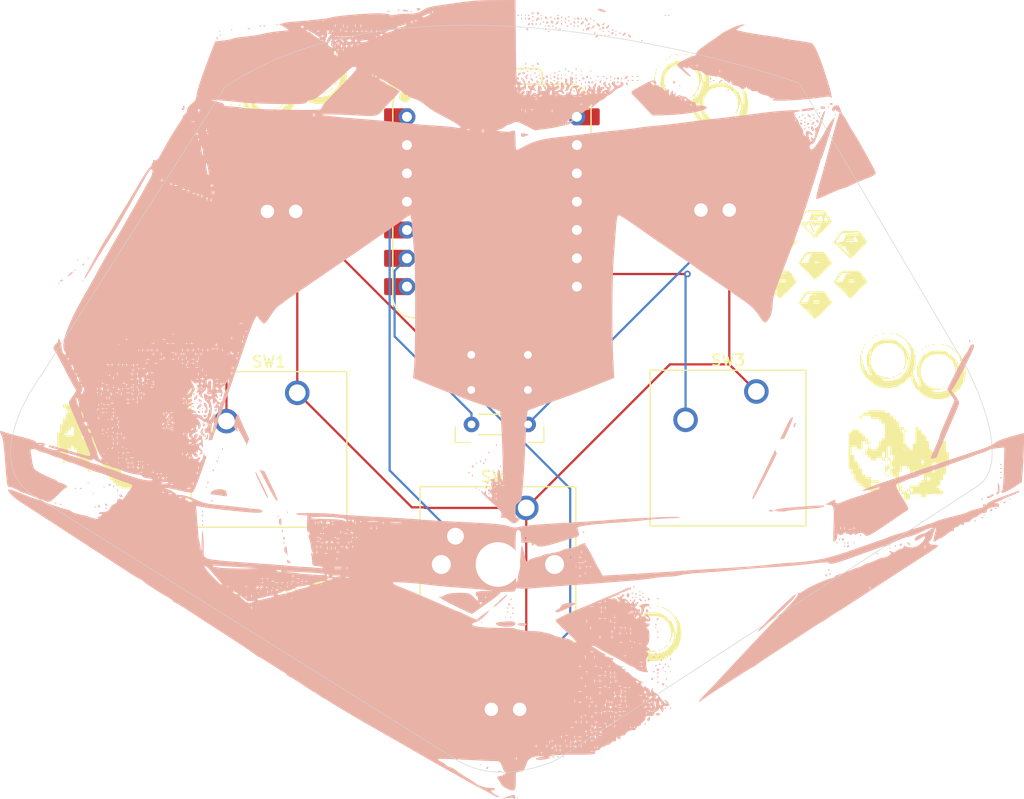
<source format=kicad_pcb>
(kicad_pcb (version 20241229) (generator "pcbnew") (generator_version "9.0")
  (layers (0 "F.Cu" signal) (2 "B.Cu" signal) (13 "F.Paste" user) (15 "B.Paste" user) (5 "F.SilkS" user "F.Silkscreen") (7 "B.SilkS" user "B.Silkscreen") (1 "F.Mask" user) (3 "B.Mask" user) (25 "Edge.Cuts" user))
  (net 0 "")
  (net 1 "Net-(D1-PadA)")
  (net 2 "GND")
  (net 3 "Net-(D2-PadA)")
  (net 4 "Net-(D3-PadA)")
  (net 5 "led0")
  (net 6 "led1")
  (net 7 "led2")
  (net 8 "Net-(U1-GPIO27{slash}ADC1{slash}A1)")
  (net 9 "Net-(U1-GPIO26{slash}ADC0{slash}A0)")
  (net 10 "Net-(U1-GPIO28{slash}ADC2{slash}A2)")
  (net 11 "unconnected-(U1-GPIO3{slash}MOSI-Pad11)")
  (net 12 "unconnected-(U1-VBUS-Pad14)")
  (net 13 "unconnected-(U1-GPIO1{slash}RX-Pad8)")
  (net 14 "unconnected-(U1-3V3-Pad12)")
  (net 15 "unconnected-(U1-GPIO0{slash}TX-Pad7)")
  (net 16 "unconnected-(U1-GPIO4{slash}MISO-Pad10)")
  (net 17 "unconnected-(U1-GPIO2{slash}SCK-Pad9)")
  (footprint "sonic:sonic_ring" (layer "F.Cu") (at 168.5 75.5)
    (property "Reference" " " (at 0 0 0) (layer "F.SilkS") (effects (font (size 1.5 1.5) (thickness 0.3))))
    (property "Value" "LOGO" (hide yes))
  )
  (footprint "led:LEDRD254W57D500H1070" (layer "F.Cu") (at 203.52 40.52 180)
    (property "Reference" "D3" (at -0.1 -4.12 0) (layer "F.SilkS") (effects (font (size 0.8 0.8))))
    (property "Value" "led")
    (pad "A" thru_hole circle (at 1.27 0 180) (size 1.815 1.815) (drill 1.21) (layers "*.Cu" "*.Mask") (net 4 "Net-(D3-PadA)"))
    (pad "C" thru_hole rect (at -1.27 0 180) (size 1.815 1.815) (drill 1.21) (layers "*.Cu" "*.Mask") (net 2 "GND"))
  )
  (footprint "sonic:sonic_ring" (layer "F.Cu") (at 219 54)
    (property "Reference" " " (at 0 0 0) (layer "F.SilkS") (effects (font (size 1.5 1.5) (thickness 0.3))))
    (property "Value" "LOGO" (hide yes))
  )
  (footprint "sonic:sonic_ring" (layer "F.Cu") (at 163.5 30)
    (property "Reference" " " (at 0 0 0) (layer "F.SilkS") (effects (font (size 1.5 1.5) (thickness 0.3))))
    (property "Value" "LOGO" (hide yes))
  )
  (footprint "led:LEDRD254W57D500H1070" (layer "F.Cu") (at 164.63 40.64)
    (property "Reference" "D1" (at -0.16 -3.97 0) (layer "F.SilkS") (effects (font (size 0.8 0.8))))
    (property "Value" "led")
    (pad "A" thru_hole circle (at 1.27 0) (size 1.815 1.815) (drill 1.21) (layers "*.Cu" "*.Mask") (net 1 "Net-(D1-PadA)"))
    (pad "C" thru_hole rect (at -1.27 0) (size 1.815 1.815) (drill 1.21) (layers "*.Cu" "*.Mask") (net 2 "GND"))
  )
  (footprint "Resistor_THT:R_Axial_DIN0204_L3.6mm_D1.6mm_P5.08mm_Horizontal" (layer "F.Cu") (at 181.65 56.66)
    (property "Reference" "R2" (hide yes))
    (property "Value" "R" (hide yes))
    (pad "1" thru_hole circle (at 0 0) (size 1.4 1.4) (drill 0.7) (layers "*.Cu" "*.Mask") (net 3 "Net-(D2-PadA)"))
    (pad "2" thru_hole oval (at 5.08 0) (size 1.4 1.4) (drill 0.7) (layers "*.Cu" "*.Mask") (net 6 "led1"))
  )
  (footprint "led:LEDRD254W57D500H1070" (layer "F.Cu") (at 184.72 85.33 180)
    (property "Reference" "D2" (at -0.14 -3.95 0) (layer "F.SilkS") (effects (font (size 0.8 0.8))))
    (property "Value" "led")
    (pad "A" thru_hole circle (at 1.27 0 180) (size 1.815 1.815) (drill 1.21) (layers "*.Cu" "*.Mask") (net 3 "Net-(D2-PadA)"))
    (pad "C" thru_hole rect (at -1.27 0 180) (size 1.815 1.815) (drill 1.21) (layers "*.Cu" "*.Mask") (net 2 "GND"))
  )
  (footprint "sonic:sonic_ring" (layer "F.Cu") (at 150.5 51)
    (property "Reference" "  " (at 0 0 0) (layer "F.SilkS") (effects (font (size 1.5 1.5) (thickness 0.3))))
    (property "Value" "LOGO" (hide yes))
  )
  (footprint "sonic:sonic_running" (layer "F.Cu") (at 149 61.5 90)
    (property "Reference" "  " (at 0 0 90) (layer "F.SilkS") (effects (font (size 1.5 1.5) (thickness 0.3))))
    (property "Value" "LOGO" (hide yes))
  )
  (footprint "sonic:sonic_ring" (layer "F.Cu") (at 168 28.5)
    (property "Reference" " " (at 0 0 0) (layer "F.SilkS") (effects (font (size 1.5 1.5) (thickness 0.3))))
    (property "Value" "LOGO" (hide yes))
  )
  (footprint "sonic:emeralds" (layer "F.Cu") (at 212.5 45.5)
    (property "Reference" " " (at 0 0 0) (layer "F.SilkS") (effects (font (size 1.5 1.5) (thickness 0.3))))
    (property "Value" "LOGO" (hide yes))
  )
  (footprint "sonic:sonic_ring" (layer "F.Cu") (at 151.5 47.127865)
    (property "Reference" " " (at 0 0 0) (layer "F.SilkS") (effects (font (size 1.5 1.5) (thickness 0.3))))
    (property "Value" "LOGO" (hide yes))
  )
  (footprint "sonic:sonic_ring" (layer "F.Cu") (at 204 31)
    (property "Reference" " " (at 0 0 0) (layer "F.SilkS") (effects (font (size 1.5 1.5) (thickness 0.3))))
    (property "Value" "LOGO" (hide yes))
  )
  (footprint "Seeed Studio XIAO Series Library:MX_KeySwitch 3D" (layer "F.Cu") (at 166.04 56.92)
    (property "Reference" "SW1" (at -2.54 -2.794 0) (layer "F.SilkS"))
    (property "Value" "SW_Push")
    (pad "" np_thru_hole circle (at -7.62 5.08) (size 1.7 1.7) (drill 1.7) (layers "*.Cu" "*.Mask"))
    (pad "" np_thru_hole circle (at -2.54 5.08) (size 4 4) (drill 4) (layers "*.Cu" "*.Mask"))
    (pad "" np_thru_hole circle (at 2.54 5.08) (size 1.7 1.7) (drill 1.7) (layers "*.Cu" "*.Mask"))
    (pad "1" thru_hole circle (at 0 0) (size 2.2 2.2) (drill 1.5) (layers "*.Cu" "*.Mask") (net 2 "GND"))
    (pad "2" thru_hole circle (at -6.35 2.54) (size 2.2 2.2) (drill 1.5) (layers "*.Cu" "*.Mask") (net 8 "Net-(U1-GPIO27{slash}ADC1{slash}A1)"))
  )
  (footprint "sonic:sonic_ring" (layer "F.Cu") (at 198 78.5)
    (property "Reference" " " (at 0 0 0) (layer "F.SilkS") (effects (font (size 1.5 1.5) (thickness 0.3))))
    (property "Value" "LOGO" (hide yes))
  )
  (footprint "Seeed Studio XIAO Series Library:MX_KeySwitch 3D" (layer "F.Cu") (at 186.58 67.25)
    (property "Reference" "SW2" (at -2.54 -2.794 0) (layer "F.SilkS"))
    (property "Value" "SW_Push")
    (pad "" np_thru_hole circle (at -7.62 5.08) (size 1.7 1.7) (drill 1.7) (layers "*.Cu" "*.Mask"))
    (pad "" np_thru_hole circle (at -2.54 5.08) (size 4 4) (drill 4) (layers "*.Cu" "*.Mask"))
    (pad "" np_thru_hole circle (at 2.54 5.08) (size 1.7 1.7) (drill 1.7) (layers "*.Cu" "*.Mask"))
    (pad "1" thru_hole circle (at 0 0) (size 2.2 2.2) (drill 1.5) (layers "*.Cu" "*.Mask") (net 2 "GND"))
    (pad "2" thru_hole circle (at -6.35 2.54) (size 2.2 2.2) (drill 1.5) (layers "*.Cu" "*.Mask") (net 9 "Net-(U1-GPIO26{slash}ADC0{slash}A0)"))
  )
  (footprint "sonic:sonic_ring" (layer "F.Cu") (at 164 76)
    (property "Reference" " " (at 0 0 0) (layer "F.SilkS") (effects (font (size 1.5 1.5) (thickness 0.3))))
    (property "Value" "LOGO" (hide yes))
  )
  (footprint "sonic:sonic_ring" (layer "F.Cu") (at 200.5 29)
    (property "Reference" " " (at 0 0 0) (layer "F.SilkS") (effects (font (size 1.5 1.5) (thickness 0.3))))
    (property "Value" "LOGO" (hide yes))
  )
  (footprint "Resistor_THT:R_Axial_DIN0204_L3.6mm_D1.6mm_P5.08mm_Horizontal" (layer "F.Cu") (at 186.75 59.76 180)
    (property "Reference" "R3" (hide yes))
    (property "Value" "R" (hide yes))
    (pad "1" thru_hole circle (at 0 0 180) (size 1.4 1.4) (drill 0.7) (layers "*.Cu" "*.Mask") (net 4 "Net-(D3-PadA)"))
    (pad "2" thru_hole oval (at 5.08 0 180) (size 1.4 1.4) (drill 0.7) (layers "*.Cu" "*.Mask") (net 7 "led2"))
  )
  (footprint "sonic:sonic_ring" (layer "F.Cu") (at 160.5 33.5)
    (property "Reference" " " (at 0 0 0) (layer "F.SilkS") (effects (font (size 1.5 1.5) (thickness 0.3))))
    (property "Value" "LOGO" (hide yes))
  )
  (footprint "Resistor_THT:R_Axial_DIN0204_L3.6mm_D1.6mm_P5.08mm_Horizontal" (layer "F.Cu") (at 181.65 53.51)
    (property "Reference" "R1" (hide yes))
    (property "Value" "R" (hide yes))
    (pad "1" thru_hole circle (at 0 0) (size 1.4 1.4) (drill 0.7) (layers "*.Cu" "*.Mask") (net 1 "Net-(D1-PadA)"))
    (pad "2" thru_hole oval (at 5.08 0) (size 1.4 1.4) (drill 0.7) (layers "*.Cu" "*.Mask") (net 5 "led0"))
  )
  (footprint "sonic:sonic_ring" (layer "F.Cu") (at 154.5 49.5)
    (property "Reference" " " (at 0 0 0) (layer "F.SilkS") (effects (font (size 1.5 1.5) (thickness 0.3))))
    (property "Value" "LOGO" (hide yes))
  )
  (footprint "Seeed Studio XIAO Series Library:XIAO-RP2040-DIP" (layer "F.Cu") (at 183.5 39.7685)
    (property "Reference" "U1" (at -8.5 -12 0) (layer "F.SilkS") (effects (font (size 0.635 0.635) (thickness 0.1016))))
    (property "Value" "XIAO-RP2040-DIP")
    (pad "1" smd roundrect (at -8.455 -7.62 180) (size 2.432 1.524) (layers "F.Cu" "F.Mask") (roundrect_rratio 0.1) (net 9 "Net-(U1-GPIO26{slash}ADC0{slash}A0)"))
    (pad "1" thru_hole circle (at -7.62 -7.62 180) (size 1.524 1.524) (drill 0.889) (layers "*.Cu" "*.Mask") (net 9 "Net-(U1-GPIO26{slash}ADC0{slash}A0)"))
    (pad "2" smd roundrect (at -8.455 -5.08 180) (size 2.432 1.524) (layers "F.Cu" "F.Mask") (roundrect_rratio 0.1) (net 8 "Net-(U1-GPIO27{slash}ADC1{slash}A1)"))
    (pad "2" thru_hole circle (at -7.62 -5.08 180) (size 1.524 1.524) (drill 0.889) (layers "*.Cu" "*.Mask") (net 8 "Net-(U1-GPIO27{slash}ADC1{slash}A1)"))
    (pad "3" smd roundrect (at -8.455 -2.54 180) (size 2.432 1.524) (layers "F.Cu" "F.Mask") (roundrect_rratio 0.1) (net 10 "Net-(U1-GPIO28{slash}ADC2{slash}A2)"))
    (pad "3" thru_hole circle (at -7.62 -2.54 180) (size 1.524 1.524) (drill 0.889) (layers "*.Cu" "*.Mask") (net 10 "Net-(U1-GPIO28{slash}ADC2{slash}A2)"))
    (pad "4" smd roundrect (at -8.455 0 180) (size 2.432 1.524) (layers "F.Cu" "F.Mask") (roundrect_rratio 0.1) (net 5 "led0"))
    (pad "4" thru_hole circle (at -7.62 0 180) (size 1.524 1.524) (drill 0.889) (layers "*.Cu" "*.Mask") (net 5 "led0"))
    (pad "5" smd roundrect (at -8.455 2.54 180) (size 2.432 1.524) (layers "F.Cu" "F.Mask") (roundrect_rratio 0.1) (net 6 "led1"))
    (pad "5" thru_hole circle (at -7.62 2.54 180) (size 1.524 1.524) (drill 0.889) (layers "*.Cu" "*.Mask") (net 6 "led1"))
    (pad "6" smd roundrect (at -8.455 5.08 180) (size 2.432 1.524) (layers "F.Cu" "F.Mask") (roundrect_rratio 0.1) (net 7 "led2"))
    (pad "6" thru_hole circle (at -7.62 5.08 180) (size 1.524 1.524) (drill 0.889) (layers "*.Cu" "*.Mask") (net 7 "led2"))
    (pad "7" smd roundrect (at -8.455 7.62 180) (size 2.432 1.524) (layers "F.Cu" "F.Mask") (roundrect_rratio 0.1) (net 15 "unconnected-(U1-GPIO0{slash}TX-Pad7)"))
    (pad "7" thru_hole circle (at -7.62 7.62 180) (size 1.524 1.524) (drill 0.889) (layers "*.Cu" "*.Mask") (net 15 "unconnected-(U1-GPIO0{slash}TX-Pad7)"))
    (pad "8" thru_hole circle (at 7.62 7.62) (size 1.524 1.524) (drill 0.889) (layers "*.Cu" "*.Mask") (net 13 "unconnected-(U1-GPIO1{slash}RX-Pad8)"))
    (pad "8" smd roundrect (at 8.455 7.62) (size 2.432 1.524) (layers "F.Cu" "F.Mask") (roundrect_rratio 0.1) (net 13 "unconnected-(U1-GPIO1{slash}RX-Pad8)"))
    (pad "9" thru_hole circle (at 7.62 5.08) (size 1.524 1.524) (drill 0.889) (layers "*.Cu" "*.Mask") (net 17 "unconnected-(U1-GPIO2{slash}SCK-Pad9)"))
    (pad "9" smd roundrect (at 8.455 5.08) (size 2.432 1.524) (layers "F.Cu" "F.Mask") (roundrect_rratio 0.1) (net 17 "unconnected-(U1-GPIO2{slash}SCK-Pad9)"))
    (pad "10" thru_hole circle (at 7.62 2.54) (size 1.524 1.524) (drill 0.889) (layers "*.Cu" "*.Mask") (net 16 "unconnected-(U1-GPIO4{slash}MISO-Pad10)"))
    (pad "10" smd roundrect (at 8.455 2.54) (size 2.432 1.524) (layers "F.Cu" "F.Mask") (roundrect_rratio 0.1) (net 16 "unconnected-(U1-GPIO4{slash}MISO-Pad10)"))
    (pad "11" thru_hole circle (at 7.62 0) (size 1.524 1.524) (drill 0.889) (layers "*.Cu" "*.Mask") (net 11 "unconnected-(U1-GPIO3{slash}MOSI-Pad11)"))
    (pad "11" smd roundrect (at 8.455 0) (size 2.432 1.524) (layers "F.Cu" "F.Mask") (roundrect_rratio 0.1) (net 11 "unconnected-(U1-GPIO3{slash}MOSI-Pad11)"))
    (pad "12" thru_hole circle (at 7.62 -2.54) (size 1.524 1.524) (drill 0.889) (layers "*.Cu" "*.Mask") (net 14 "unconnected-(U1-3V3-Pad12)"))
    (pad "12" smd roundrect (at 8.455 -2.54) (size 2.432 1.524) (layers "F.Cu" "F.Mask") (roundrect_rratio 0.1) (net 14 "unconnected-(U1-3V3-Pad12)"))
    (pad "13" thru_hole circle (at 7.62 -5.08) (size 1.524 1.524) (drill 0.889) (layers "*.Cu" "*.Mask") (net 2 "GND"))
    (pad "13" smd roundrect (at 8.455 -5.08) (size 2.432 1.524) (layers "F.Cu" "F.Mask") (roundrect_rratio 0.1) (net 2 "GND"))
    (pad "14" thru_hole circle (at 7.62 -7.62) (size 1.524 1.524) (drill 0.889) (layers "*.Cu" "*.Mask") (net 12 "unconnected-(U1-VBUS-Pad14)"))
    (pad "14" smd roundrect (at 8.455 -7.62) (size 2.432 1.524) (layers "F.Cu" "F.Mask") (roundrect_rratio 0.1) (net 12 "unconnected-(U1-VBUS-Pad14)"))
  )
  (footprint "Seeed Studio XIAO Series Library:MX_KeySwitch 3D" (layer "F.Cu") (at 207.22 56.8)
    (property "Reference" "SW3" (at -2.54 -2.794 0) (layer "F.SilkS"))
    (property "Value" "SW_Push")
    (pad "" np_thru_hole circle (at -7.62 5.08) (size 1.7 1.7) (drill 1.7) (layers "*.Cu" "*.Mask"))
    (pad "" np_thru_hole circle (at -2.54 5.08) (size 4 4) (drill 4) (layers "*.Cu" "*.Mask"))
    (pad "" np_thru_hole circle (at 2.54 5.08) (size 1.7 1.7) (drill 1.7) (layers "*.Cu" "*.Mask"))
    (pad "1" thru_hole circle (at 0 0) (size 2.2 2.2) (drill 1.5) (layers "*.Cu" "*.Mask") (net 2 "GND"))
    (pad "2" thru_hole circle (at -6.35 2.54) (size 2.2 2.2) (drill 1.5) (layers "*.Cu" "*.Mask") (net 10 "Net-(U1-GPIO28{slash}ADC2{slash}A2)"))
  )
  (footprint "sonic:sonic_ring" (layer "F.Cu") (at 171 79)
    (property "Reference" " " (at 0 0 0) (layer "F.SilkS") (effects (font (size 1.5 1.5) (thickness 0.3))))
    (property "Value" "LOGO" (hide yes))
  )
  (footprint "sonic:sonic_running" (layer "F.Cu") (at 220 62.5 -90)
    (property "Reference" "  " (at 0 0 90) (layer "F.SilkS") (effects (font (size 1.5 1.5) (thickness 0.3))))
    (property "Value" "LOGO" (hide yes))
  )
  (footprint "sonic:sonic_ring" (layer "F.Cu") (at 223.5 55)
    (property "Reference" " " (at 0 0 0) (layer "F.SilkS") (effects (font (size 1.5 1.5) (thickness 0.3))))
    (property "Value" "LOGO" (hide yes))
  )
  (footprint "sonic:sonics_emerald_v2" (layer "B.Cu") (at 185.5 57.5 180)
    (property "Reference" "G***" (at 0 0 0) (layer "B.SilkS") (effects (font (size 1.5 1.5) (thickness 0.3)) (justify mirror)))
    (property "Value" "LOGO" (hide yes))
  )
  (gr_line (start 186.76 61.38) (end 188.16 61.38) (stroke (width 0.1)) (layer "F.SilkS"))
  (gr_line (start 188.16 61.38) (end 186.76 61.38) (stroke (width 0.1)) (layer "F.SilkS"))
  (gr_line (start 180.2 61.38) (end 181.6 61.38) (stroke (width 0.1)) (layer "F.SilkS"))
  (gr_line (start 181.6 52.03) (end 180.2 52.03) (stroke (width 0.1)) (layer "F.SilkS"))
  (gr_line (start 180.2 59.98) (end 180.2 61.38) (stroke (width 0.1)) (layer "F.SilkS"))
  (gr_line (start 180.2 52.03) (end 181.6 52.03) (stroke (width 0.1)) (layer "F.SilkS"))
  (gr_line (start 188.16 61.38) (end 188.16 59.98) (stroke (width 0.1)) (layer "F.SilkS"))
  (gr_line (start 188.14 53.43) (end 188.14 52.03) (stroke (width 0.1)) (layer "F.SilkS"))
  (gr_line (start 180.2 52.03) (end 180.2 53.43) (stroke (width 0.1)) (layer "F.SilkS"))
  (gr_line (start 188.14 52.03) (end 186.74 52.03) (stroke (width 0.1)) (layer "F.SilkS"))
  (gr_line (start 188.14 52.03) (end 188.14 53.43) (stroke (width 0.1)) (layer "F.SilkS"))
  (gr_line (start 180.2 61.38) (end 180.2 59.98) (stroke (width 0.1)) (layer "F.SilkS"))
  (gr_curve (pts (xy 159.56 29.48) (xy 177.66 17.2) (xy 211.06 29.12) (xy 211.06 29.12)) (stroke (width 0.05)) (layer "Edge.Cuts"))
  (gr_line (start 143.19 55.18) (end 159.56 29.48) (stroke (width 0.05)) (layer "Edge.Cuts"))
  (gr_curve (pts (xy 142.24 66.04) (xy 137.42 62.71) (xy 143.19 55.18) (xy 143.19 55.18)) (stroke (width 0.05)) (layer "Edge.Cuts"))
  (gr_line (start 226.14 54.77) (end 211.06 29.12) (stroke (width 0.05)) (layer "Edge.Cuts"))
  (gr_curve (pts (xy 227.04 65.31) (xy 230.49 63.03) (xy 226.16 54.82) (xy 226.14 54.77)) (stroke (width 0.05)) (layer "Edge.Cuts"))
  (gr_curve (pts (xy 180.32 89.85) (xy 184.27 92.38) (xy 189.3 89.85) (xy 189.3 89.85)) (stroke (width 0.05)) (layer "Edge.Cuts"))
  (gr_line (start 142.24 66.04) (end 180.32 89.85) (stroke (width 0.05)) (layer "Edge.Cuts"))
  (gr_line (start 189.3 89.85) (end 227.04 65.31) (stroke (width 0.05)) (layer "Edge.Cuts"))
  (segment (start 178.77 53.51) (end 181.65 53.51) (width 0.2) (layer "F.Cu") (net 1))
  (segment (start 165.9 40.64) (end 178.77 53.51) (width 0.2) (layer "F.Cu") (net 1))
  (segment (start 198.958 34.6885) (end 204.79 40.52) (width 0.2) (layer "F.Cu") (net 2))
  (segment (start 177.45 67.2) (end 177.5 67.25) (width 0.2) (layer "F.Cu") (net 2))
  (segment (start 204.79 40.52) (end 204.79 54.37) (width 0.2) (layer "F.Cu") (net 2))
  (segment (start 191.955 34.6885) (end 198.958 34.6885) (width 0.2) (layer "F.Cu") (net 2))
  (segment (start 186.58 67.25) (end 199.46 54.37) (width 0.2) (layer "F.Cu") (net 2))
  (segment (start 186.58 84.74) (end 186.58 67.25) (width 0.2) (layer "F.Cu") (net 2))
  (segment (start 177.5 67.25) (end 186.58 67.25) (width 0.2) (layer "F.Cu") (net 2))
  (segment (start 165.9 56.78) (end 166.04 56.92) (width 0.2) (layer "F.Cu") (net 2))
  (segment (start 166.04 43.32) (end 163.36 40.64) (width 0.2) (layer "F.Cu") (net 2))
  (segment (start 204.79 54.37) (end 207.22 56.8) (width 0.2) (layer "F.Cu") (net 2))
  (segment (start 191.12 34.6885) (end 191.955 34.6885) (width 0.2) (layer "F.Cu") (net 2))
  (segment (start 176.32 67.2) (end 177.45 67.2) (width 0.2) (layer "F.Cu") (net 2))
  (segment (start 185.99 85.33) (end 186.58 84.74) (width 0.2) (layer "F.Cu") (net 2))
  (segment (start 166.04 56.92) (end 176.32 67.2) (width 0.2) (layer "F.Cu") (net 2))
  (segment (start 199.46 54.37) (end 204.79 54.37) (width 0.2) (layer "F.Cu") (net 2))
  (segment (start 166.04 56.92) (end 166.04 43.32) (width 0.2) (layer "F.Cu") (net 2))
  (segment (start 190.5217 78.2583) (end 190.5217 65.5317) (width 0.2) (layer "B.Cu") (net 3))
  (segment (start 183.45 85.33) (end 190.5217 78.2583) (width 0.2) (layer "B.Cu") (net 3))
  (segment (start 190.5217 65.5317) (end 181.65 56.66) (width 0.2) (layer "B.Cu") (net 3))
  (segment (start 202.25 44.1923) (end 186.75 59.6923) (width 0.2) (layer "B.Cu") (net 4))
  (segment (start 186.75 59.6923) (end 186.75 59.76) (width 0.2) (layer "B.Cu") (net 4))
  (segment (start 202.25 40.52) (end 202.25 44.1923) (width 0.2) (layer "B.Cu") (net 4))
  (segment (start 175.88 39.7685) (end 175.045 39.7685) (width 0.2) (layer "F.Cu") (net 5))
  (segment (start 186.73 50.6185) (end 175.88 39.7685) (width 0.2) (layer "B.Cu") (net 5))
  (segment (start 186.73 53.51) (end 186.73 50.6185) (width 0.2) (layer "B.Cu") (net 5))
  (segment (start 175.88 42.3085) (end 175.045 42.3085) (width 0.2) (layer "F.Cu") (net 6))
  (segment (start 186.73 56.66) (end 186.73 55.6583) (width 0.2) (layer "B.Cu") (net 6))
  (segment (start 184.5802 51.0087) (end 184.5802 53.5085) (width 0.2) (layer "B.Cu") (net 6))
  (segment (start 184.5802 53.5085) (end 186.73 55.6583) (width 0.2) (layer "B.Cu") (net 6))
  (segment (start 175.88 42.3085) (end 184.5802 51.0087) (width 0.2) (layer "B.Cu") (net 6))
  (segment (start 175.045 44.8485) (end 175.88 44.8485) (width 0.2) (layer "F.Cu") (net 7))
  (segment (start 175.88 44.8485) (end 174.7717 45.9568) (width 0.2) (layer "B.Cu") (net 7))
  (segment (start 174.7717 51.86) (end 181.67 58.7583) (width 0.2) (layer "B.Cu") (net 7))
  (segment (start 181.67 59.76) (end 181.67 58.7583) (width 0.2) (layer "B.Cu") (net 7))
  (segment (start 174.7717 45.9568) (end 174.7717 51.86) (width 0.2) (layer "B.Cu") (net 7))
  (segment (start 164.742 34.6885) (end 175.045 34.6885) (width 0.2) (layer "F.Cu") (net 8))
  (segment (start 159.69 39.74) (end 164.742 34.6885) (width 0.2) (layer "F.Cu") (net 8))
  (segment (start 159.69 59.46) (end 159.69 39.74) (width 0.2) (layer "F.Cu") (net 8))
  (segment (start 175.045 34.6885) (end 175.88 34.6885) (width 0.2) (layer "F.Cu") (net 8))
  (segment (start 175.88 32.1485) (end 175.045 32.1485) (width 0.2) (layer "F.Cu") (net 9))
  (segment (start 174.3276 33.7009) (end 175.88 32.1485) (width 0.2) (layer "B.Cu") (net 9))
  (segment (start 180.23 69.79) (end 174.3276 63.8876) (width 0.2) (layer "B.Cu") (net 9))
  (segment (start 174.3276 63.8876) (end 174.3276 33.7009) (width 0.2) (layer "B.Cu") (net 9))
  (segment (start 175.045 37.2285) (end 175.88 37.2285) (width 0.2) (layer "F.Cu") (net 10))
  (segment (start 200.87 46.4231) (end 201.0352 46.2579) (width 0.2) (layer "F.Cu") (net 10))
  (segment (start 201.0352 46.2579) (end 200.87 46.4231) (width 0.2) (layer "F.Cu") (net 10))
  (segment (start 184.9094 46.2579) (end 201.0352 46.2579) (width 0.2) (layer "F.Cu") (net 10))
  (segment (start 175.88 37.2285) (end 184.9094 46.2579) (width 0.2) (layer "F.Cu") (net 10))
  (via (at 201.0352 46.2579) (size 0.6) (drill 0.3) (layers "F.Cu" "B.Cu") (net 10))
  (segment (start 201.0352 46.2579) (end 200.87 46.4231) (width 0.2) (layer "B.Cu") (net 10))
  (segment (start 200.87 46.4231) (end 201.0352 46.2579) (width 0.2) (layer "B.Cu") (net 10))
  (segment (start 200.87 46.4231) (end 200.87 59.34) (width 0.2) (layer "B.Cu") (net 10))
  (segment (start 201.0352 46.2579) (end 200.87 46.4231) (width 0.2) (layer "B.Cu") (net 10))
  (segment (start 191.12 39.7685) (end 191.955 39.7685) (width 0.2) (layer "F.Cu") (net 11))
  (segment (start 191.955 32.1485) (end 191.12 32.1485) (width 0.2) (layer "F.Cu") (net 12))
  (segment (start 191.955 47.3885) (end 191.12 47.3885) (width 0.2) (layer "F.Cu") (net 13))
  (segment (start 191.12 37.2285) (end 191.955 37.2285) (width 0.2) (layer "F.Cu") (net 14))
  (segment (start 175.045 47.3885) (end 175.88 47.3885) (width 0.2) (layer "F.Cu") (net 15))
  (segment (start 191.12 42.3085) (end 191.955 42.3085) (width 0.2) (layer "F.Cu") (net 16))
  (segment (start 191.955 44.8485) (end 191.12 44.8485) (width 0.2) (layer "F.Cu") (net 17))
)
</source>
